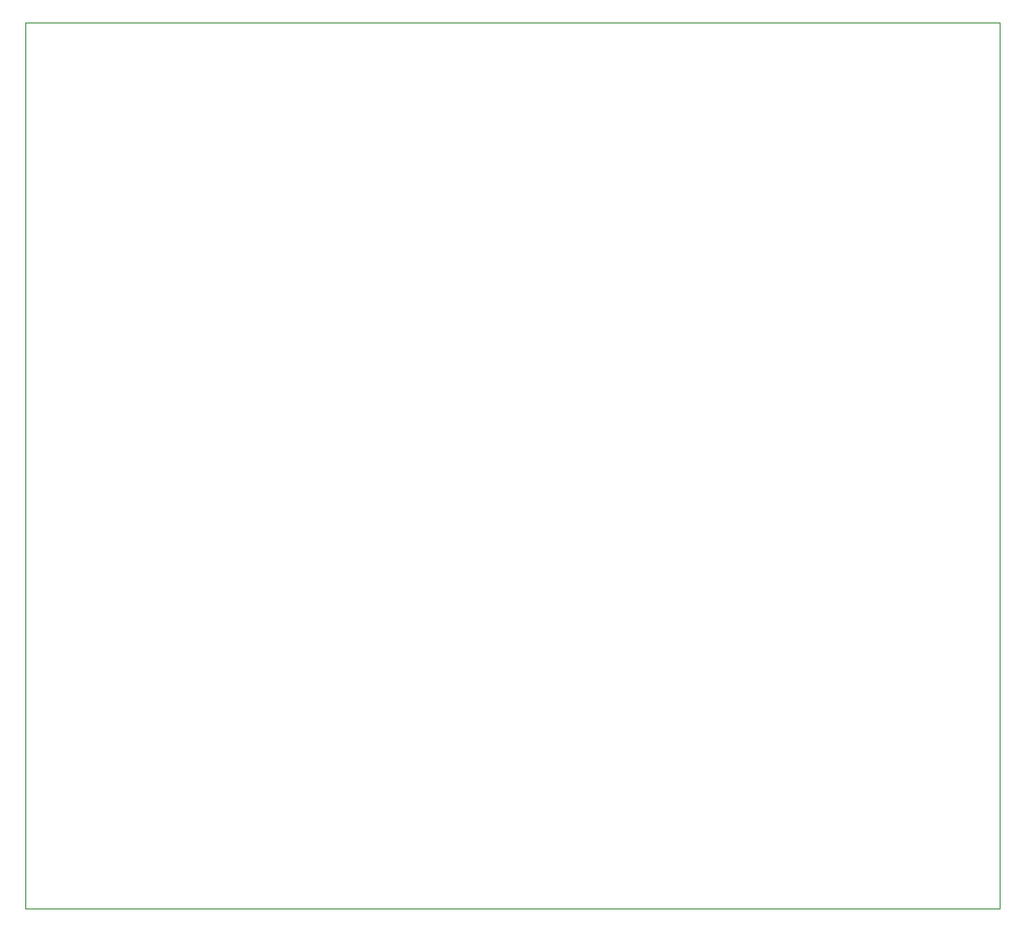
<source format=gm1>
G04 #@! TF.GenerationSoftware,KiCad,Pcbnew,7.0.10*
G04 #@! TF.CreationDate,2025-01-18T09:13:02-08:00*
G04 #@! TF.ProjectId,buttonBoard,62757474-6f6e-4426-9f61-72642e6b6963,rev?*
G04 #@! TF.SameCoordinates,Original*
G04 #@! TF.FileFunction,Profile,NP*
%FSLAX46Y46*%
G04 Gerber Fmt 4.6, Leading zero omitted, Abs format (unit mm)*
G04 Created by KiCad (PCBNEW 7.0.10) date 2025-01-18 09:13:02*
%MOMM*%
%LPD*%
G01*
G04 APERTURE LIST*
G04 #@! TA.AperFunction,Profile*
%ADD10C,0.100000*%
G04 #@! TD*
G04 APERTURE END LIST*
D10*
X116000000Y-40000000D02*
X204000000Y-40000000D01*
X204000000Y-120000000D01*
X116000000Y-120000000D01*
X116000000Y-40000000D01*
M02*

</source>
